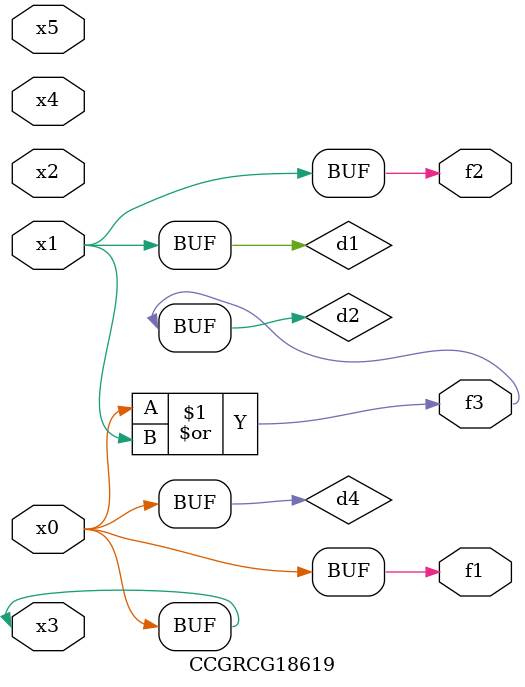
<source format=v>
module CCGRCG18619(
	input x0, x1, x2, x3, x4, x5,
	output f1, f2, f3
);

	wire d1, d2, d3, d4;

	and (d1, x1);
	or (d2, x0, x1);
	nand (d3, x0, x5);
	buf (d4, x0, x3);
	assign f1 = d4;
	assign f2 = d1;
	assign f3 = d2;
endmodule

</source>
